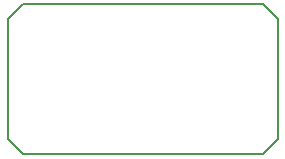
<source format=gm1>
G04 #@! TF.FileFunction,Profile,NP*
%FSLAX46Y46*%
G04 Gerber Fmt 4.6, Leading zero omitted, Abs format (unit mm)*
G04 Created by KiCad (PCBNEW 0.201509051501+6156~29~ubuntu14.04.1-product) date Wed 20 Jan 2016 21:33:14 GMT*
%MOMM*%
G01*
G04 APERTURE LIST*
%ADD10C,0.100000*%
%ADD11C,0.150000*%
G04 APERTURE END LIST*
D10*
D11*
X237490000Y-100330000D02*
X217170000Y-100330000D01*
X238760000Y-101600000D02*
X237490000Y-100330000D01*
X238760000Y-111760000D02*
X238760000Y-101600000D01*
X237490000Y-113030000D02*
X238760000Y-111760000D01*
X217170000Y-113030000D02*
X237490000Y-113030000D01*
X215900000Y-111760000D02*
X217170000Y-113030000D01*
X215900000Y-101600000D02*
X215900000Y-111760000D01*
X217170000Y-100330000D02*
X215900000Y-101600000D01*
M02*

</source>
